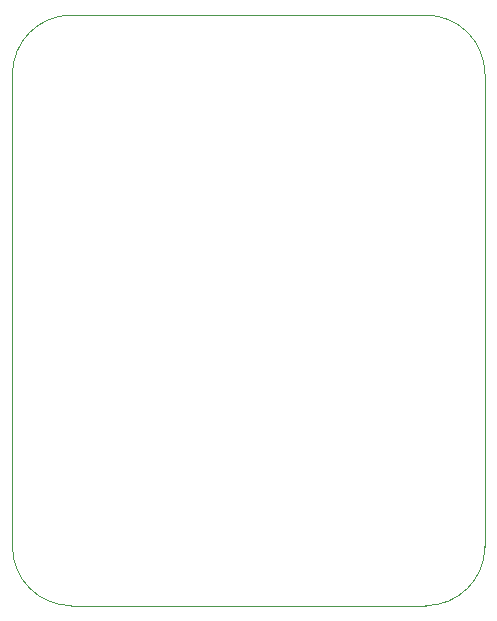
<source format=gbr>
%TF.GenerationSoftware,KiCad,Pcbnew,7.0.1-3b83917a11~172~ubuntu22.04.1*%
%TF.CreationDate,2023-04-07T18:55:38-03:00*%
%TF.ProjectId,button-debouncer,62757474-6f6e-42d6-9465-626f756e6365,rev?*%
%TF.SameCoordinates,Original*%
%TF.FileFunction,Profile,NP*%
%FSLAX46Y46*%
G04 Gerber Fmt 4.6, Leading zero omitted, Abs format (unit mm)*
G04 Created by KiCad (PCBNEW 7.0.1-3b83917a11~172~ubuntu22.04.1) date 2023-04-07 18:55:38*
%MOMM*%
%LPD*%
G01*
G04 APERTURE LIST*
%TA.AperFunction,Profile*%
%ADD10C,0.100000*%
%TD*%
G04 APERTURE END LIST*
D10*
X140000000Y-95000000D02*
X140000000Y-55000000D01*
X105000000Y-100000000D02*
X135000000Y-100000000D01*
X100000000Y-55000000D02*
X100000000Y-95000000D01*
X135000000Y-50000000D02*
X105000000Y-50000000D01*
X135000000Y-100000000D02*
G75*
G03*
X140000000Y-95000000I0J5000000D01*
G01*
X105000000Y-50000000D02*
G75*
G03*
X100000000Y-55000000I0J-5000000D01*
G01*
X100000000Y-95000000D02*
G75*
G03*
X105000000Y-100000000I5000000J0D01*
G01*
X140000000Y-55000000D02*
G75*
G03*
X135000000Y-50000000I-5000000J0D01*
G01*
M02*

</source>
